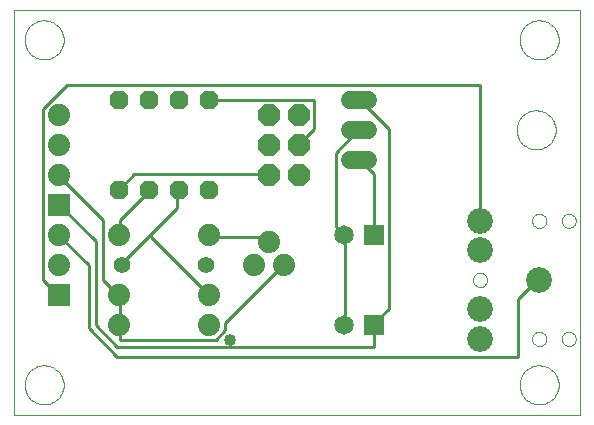
<source format=gtl>
G75*
G70*
%OFA0B0*%
%FSLAX24Y24*%
%IPPOS*%
%LPD*%
%AMOC8*
5,1,8,0,0,1.08239X$1,22.5*
%
%ADD10C,0.0000*%
%ADD11OC8,0.0630*%
%ADD12OC8,0.0740*%
%ADD13C,0.0600*%
%ADD14C,0.0650*%
%ADD15R,0.0650X0.0650*%
%ADD16C,0.0860*%
%ADD17C,0.0740*%
%ADD18C,0.0554*%
%ADD19R,0.0740X0.0740*%
%ADD20C,0.0100*%
%ADD21C,0.0400*%
D10*
X000232Y000230D02*
X000232Y013726D01*
X019102Y013726D01*
X019102Y000230D01*
X000232Y000230D01*
X000582Y001230D02*
X000584Y001280D01*
X000590Y001330D01*
X000600Y001380D01*
X000613Y001428D01*
X000630Y001476D01*
X000651Y001522D01*
X000675Y001566D01*
X000703Y001608D01*
X000734Y001648D01*
X000768Y001685D01*
X000805Y001720D01*
X000844Y001751D01*
X000885Y001780D01*
X000929Y001805D01*
X000975Y001827D01*
X001022Y001845D01*
X001070Y001859D01*
X001119Y001870D01*
X001169Y001877D01*
X001219Y001880D01*
X001270Y001879D01*
X001320Y001874D01*
X001370Y001865D01*
X001418Y001853D01*
X001466Y001836D01*
X001512Y001816D01*
X001557Y001793D01*
X001600Y001766D01*
X001640Y001736D01*
X001678Y001703D01*
X001713Y001667D01*
X001746Y001628D01*
X001775Y001587D01*
X001801Y001544D01*
X001824Y001499D01*
X001843Y001452D01*
X001858Y001404D01*
X001870Y001355D01*
X001878Y001305D01*
X001882Y001255D01*
X001882Y001205D01*
X001878Y001155D01*
X001870Y001105D01*
X001858Y001056D01*
X001843Y001008D01*
X001824Y000961D01*
X001801Y000916D01*
X001775Y000873D01*
X001746Y000832D01*
X001713Y000793D01*
X001678Y000757D01*
X001640Y000724D01*
X001600Y000694D01*
X001557Y000667D01*
X001512Y000644D01*
X001466Y000624D01*
X001418Y000607D01*
X001370Y000595D01*
X001320Y000586D01*
X001270Y000581D01*
X001219Y000580D01*
X001169Y000583D01*
X001119Y000590D01*
X001070Y000601D01*
X001022Y000615D01*
X000975Y000633D01*
X000929Y000655D01*
X000885Y000680D01*
X000844Y000709D01*
X000805Y000740D01*
X000768Y000775D01*
X000734Y000812D01*
X000703Y000852D01*
X000675Y000894D01*
X000651Y000938D01*
X000630Y000984D01*
X000613Y001032D01*
X000600Y001080D01*
X000590Y001130D01*
X000584Y001180D01*
X000582Y001230D01*
X015527Y004730D02*
X015529Y004760D01*
X015535Y004790D01*
X015544Y004819D01*
X015557Y004846D01*
X015574Y004871D01*
X015593Y004894D01*
X015616Y004915D01*
X015641Y004932D01*
X015667Y004946D01*
X015696Y004956D01*
X015725Y004963D01*
X015755Y004966D01*
X015786Y004965D01*
X015816Y004960D01*
X015845Y004951D01*
X015872Y004939D01*
X015898Y004924D01*
X015922Y004905D01*
X015943Y004883D01*
X015961Y004859D01*
X015976Y004832D01*
X015987Y004804D01*
X015995Y004775D01*
X015999Y004745D01*
X015999Y004715D01*
X015995Y004685D01*
X015987Y004656D01*
X015976Y004628D01*
X015961Y004601D01*
X015943Y004577D01*
X015922Y004555D01*
X015898Y004536D01*
X015872Y004521D01*
X015845Y004509D01*
X015816Y004500D01*
X015786Y004495D01*
X015755Y004494D01*
X015725Y004497D01*
X015696Y004504D01*
X015667Y004514D01*
X015641Y004528D01*
X015616Y004545D01*
X015593Y004566D01*
X015574Y004589D01*
X015557Y004614D01*
X015544Y004641D01*
X015535Y004670D01*
X015529Y004700D01*
X015527Y004730D01*
X017496Y002762D02*
X017498Y002792D01*
X017504Y002822D01*
X017513Y002851D01*
X017526Y002878D01*
X017543Y002903D01*
X017562Y002926D01*
X017585Y002947D01*
X017610Y002964D01*
X017636Y002978D01*
X017665Y002988D01*
X017694Y002995D01*
X017724Y002998D01*
X017755Y002997D01*
X017785Y002992D01*
X017814Y002983D01*
X017841Y002971D01*
X017867Y002956D01*
X017891Y002937D01*
X017912Y002915D01*
X017930Y002891D01*
X017945Y002864D01*
X017956Y002836D01*
X017964Y002807D01*
X017968Y002777D01*
X017968Y002747D01*
X017964Y002717D01*
X017956Y002688D01*
X017945Y002660D01*
X017930Y002633D01*
X017912Y002609D01*
X017891Y002587D01*
X017867Y002568D01*
X017841Y002553D01*
X017814Y002541D01*
X017785Y002532D01*
X017755Y002527D01*
X017724Y002526D01*
X017694Y002529D01*
X017665Y002536D01*
X017636Y002546D01*
X017610Y002560D01*
X017585Y002577D01*
X017562Y002598D01*
X017543Y002621D01*
X017526Y002646D01*
X017513Y002673D01*
X017504Y002702D01*
X017498Y002732D01*
X017496Y002762D01*
X018480Y002762D02*
X018482Y002792D01*
X018488Y002822D01*
X018497Y002851D01*
X018510Y002878D01*
X018527Y002903D01*
X018546Y002926D01*
X018569Y002947D01*
X018594Y002964D01*
X018620Y002978D01*
X018649Y002988D01*
X018678Y002995D01*
X018708Y002998D01*
X018739Y002997D01*
X018769Y002992D01*
X018798Y002983D01*
X018825Y002971D01*
X018851Y002956D01*
X018875Y002937D01*
X018896Y002915D01*
X018914Y002891D01*
X018929Y002864D01*
X018940Y002836D01*
X018948Y002807D01*
X018952Y002777D01*
X018952Y002747D01*
X018948Y002717D01*
X018940Y002688D01*
X018929Y002660D01*
X018914Y002633D01*
X018896Y002609D01*
X018875Y002587D01*
X018851Y002568D01*
X018825Y002553D01*
X018798Y002541D01*
X018769Y002532D01*
X018739Y002527D01*
X018708Y002526D01*
X018678Y002529D01*
X018649Y002536D01*
X018620Y002546D01*
X018594Y002560D01*
X018569Y002577D01*
X018546Y002598D01*
X018527Y002621D01*
X018510Y002646D01*
X018497Y002673D01*
X018488Y002702D01*
X018482Y002732D01*
X018480Y002762D01*
X017082Y001230D02*
X017084Y001280D01*
X017090Y001330D01*
X017100Y001380D01*
X017113Y001428D01*
X017130Y001476D01*
X017151Y001522D01*
X017175Y001566D01*
X017203Y001608D01*
X017234Y001648D01*
X017268Y001685D01*
X017305Y001720D01*
X017344Y001751D01*
X017385Y001780D01*
X017429Y001805D01*
X017475Y001827D01*
X017522Y001845D01*
X017570Y001859D01*
X017619Y001870D01*
X017669Y001877D01*
X017719Y001880D01*
X017770Y001879D01*
X017820Y001874D01*
X017870Y001865D01*
X017918Y001853D01*
X017966Y001836D01*
X018012Y001816D01*
X018057Y001793D01*
X018100Y001766D01*
X018140Y001736D01*
X018178Y001703D01*
X018213Y001667D01*
X018246Y001628D01*
X018275Y001587D01*
X018301Y001544D01*
X018324Y001499D01*
X018343Y001452D01*
X018358Y001404D01*
X018370Y001355D01*
X018378Y001305D01*
X018382Y001255D01*
X018382Y001205D01*
X018378Y001155D01*
X018370Y001105D01*
X018358Y001056D01*
X018343Y001008D01*
X018324Y000961D01*
X018301Y000916D01*
X018275Y000873D01*
X018246Y000832D01*
X018213Y000793D01*
X018178Y000757D01*
X018140Y000724D01*
X018100Y000694D01*
X018057Y000667D01*
X018012Y000644D01*
X017966Y000624D01*
X017918Y000607D01*
X017870Y000595D01*
X017820Y000586D01*
X017770Y000581D01*
X017719Y000580D01*
X017669Y000583D01*
X017619Y000590D01*
X017570Y000601D01*
X017522Y000615D01*
X017475Y000633D01*
X017429Y000655D01*
X017385Y000680D01*
X017344Y000709D01*
X017305Y000740D01*
X017268Y000775D01*
X017234Y000812D01*
X017203Y000852D01*
X017175Y000894D01*
X017151Y000938D01*
X017130Y000984D01*
X017113Y001032D01*
X017100Y001080D01*
X017090Y001130D01*
X017084Y001180D01*
X017082Y001230D01*
X017496Y006699D02*
X017498Y006729D01*
X017504Y006759D01*
X017513Y006788D01*
X017526Y006815D01*
X017543Y006840D01*
X017562Y006863D01*
X017585Y006884D01*
X017610Y006901D01*
X017636Y006915D01*
X017665Y006925D01*
X017694Y006932D01*
X017724Y006935D01*
X017755Y006934D01*
X017785Y006929D01*
X017814Y006920D01*
X017841Y006908D01*
X017867Y006893D01*
X017891Y006874D01*
X017912Y006852D01*
X017930Y006828D01*
X017945Y006801D01*
X017956Y006773D01*
X017964Y006744D01*
X017968Y006714D01*
X017968Y006684D01*
X017964Y006654D01*
X017956Y006625D01*
X017945Y006597D01*
X017930Y006570D01*
X017912Y006546D01*
X017891Y006524D01*
X017867Y006505D01*
X017841Y006490D01*
X017814Y006478D01*
X017785Y006469D01*
X017755Y006464D01*
X017724Y006463D01*
X017694Y006466D01*
X017665Y006473D01*
X017636Y006483D01*
X017610Y006497D01*
X017585Y006514D01*
X017562Y006535D01*
X017543Y006558D01*
X017526Y006583D01*
X017513Y006610D01*
X017504Y006639D01*
X017498Y006669D01*
X017496Y006699D01*
X018480Y006699D02*
X018482Y006729D01*
X018488Y006759D01*
X018497Y006788D01*
X018510Y006815D01*
X018527Y006840D01*
X018546Y006863D01*
X018569Y006884D01*
X018594Y006901D01*
X018620Y006915D01*
X018649Y006925D01*
X018678Y006932D01*
X018708Y006935D01*
X018739Y006934D01*
X018769Y006929D01*
X018798Y006920D01*
X018825Y006908D01*
X018851Y006893D01*
X018875Y006874D01*
X018896Y006852D01*
X018914Y006828D01*
X018929Y006801D01*
X018940Y006773D01*
X018948Y006744D01*
X018952Y006714D01*
X018952Y006684D01*
X018948Y006654D01*
X018940Y006625D01*
X018929Y006597D01*
X018914Y006570D01*
X018896Y006546D01*
X018875Y006524D01*
X018851Y006505D01*
X018825Y006490D01*
X018798Y006478D01*
X018769Y006469D01*
X018739Y006464D01*
X018708Y006463D01*
X018678Y006466D01*
X018649Y006473D01*
X018620Y006483D01*
X018594Y006497D01*
X018569Y006514D01*
X018546Y006535D01*
X018527Y006558D01*
X018510Y006583D01*
X018497Y006610D01*
X018488Y006639D01*
X018482Y006669D01*
X018480Y006699D01*
X016982Y009730D02*
X016984Y009780D01*
X016990Y009830D01*
X017000Y009880D01*
X017013Y009928D01*
X017030Y009976D01*
X017051Y010022D01*
X017075Y010066D01*
X017103Y010108D01*
X017134Y010148D01*
X017168Y010185D01*
X017205Y010220D01*
X017244Y010251D01*
X017285Y010280D01*
X017329Y010305D01*
X017375Y010327D01*
X017422Y010345D01*
X017470Y010359D01*
X017519Y010370D01*
X017569Y010377D01*
X017619Y010380D01*
X017670Y010379D01*
X017720Y010374D01*
X017770Y010365D01*
X017818Y010353D01*
X017866Y010336D01*
X017912Y010316D01*
X017957Y010293D01*
X018000Y010266D01*
X018040Y010236D01*
X018078Y010203D01*
X018113Y010167D01*
X018146Y010128D01*
X018175Y010087D01*
X018201Y010044D01*
X018224Y009999D01*
X018243Y009952D01*
X018258Y009904D01*
X018270Y009855D01*
X018278Y009805D01*
X018282Y009755D01*
X018282Y009705D01*
X018278Y009655D01*
X018270Y009605D01*
X018258Y009556D01*
X018243Y009508D01*
X018224Y009461D01*
X018201Y009416D01*
X018175Y009373D01*
X018146Y009332D01*
X018113Y009293D01*
X018078Y009257D01*
X018040Y009224D01*
X018000Y009194D01*
X017957Y009167D01*
X017912Y009144D01*
X017866Y009124D01*
X017818Y009107D01*
X017770Y009095D01*
X017720Y009086D01*
X017670Y009081D01*
X017619Y009080D01*
X017569Y009083D01*
X017519Y009090D01*
X017470Y009101D01*
X017422Y009115D01*
X017375Y009133D01*
X017329Y009155D01*
X017285Y009180D01*
X017244Y009209D01*
X017205Y009240D01*
X017168Y009275D01*
X017134Y009312D01*
X017103Y009352D01*
X017075Y009394D01*
X017051Y009438D01*
X017030Y009484D01*
X017013Y009532D01*
X017000Y009580D01*
X016990Y009630D01*
X016984Y009680D01*
X016982Y009730D01*
X017082Y012730D02*
X017084Y012780D01*
X017090Y012830D01*
X017100Y012880D01*
X017113Y012928D01*
X017130Y012976D01*
X017151Y013022D01*
X017175Y013066D01*
X017203Y013108D01*
X017234Y013148D01*
X017268Y013185D01*
X017305Y013220D01*
X017344Y013251D01*
X017385Y013280D01*
X017429Y013305D01*
X017475Y013327D01*
X017522Y013345D01*
X017570Y013359D01*
X017619Y013370D01*
X017669Y013377D01*
X017719Y013380D01*
X017770Y013379D01*
X017820Y013374D01*
X017870Y013365D01*
X017918Y013353D01*
X017966Y013336D01*
X018012Y013316D01*
X018057Y013293D01*
X018100Y013266D01*
X018140Y013236D01*
X018178Y013203D01*
X018213Y013167D01*
X018246Y013128D01*
X018275Y013087D01*
X018301Y013044D01*
X018324Y012999D01*
X018343Y012952D01*
X018358Y012904D01*
X018370Y012855D01*
X018378Y012805D01*
X018382Y012755D01*
X018382Y012705D01*
X018378Y012655D01*
X018370Y012605D01*
X018358Y012556D01*
X018343Y012508D01*
X018324Y012461D01*
X018301Y012416D01*
X018275Y012373D01*
X018246Y012332D01*
X018213Y012293D01*
X018178Y012257D01*
X018140Y012224D01*
X018100Y012194D01*
X018057Y012167D01*
X018012Y012144D01*
X017966Y012124D01*
X017918Y012107D01*
X017870Y012095D01*
X017820Y012086D01*
X017770Y012081D01*
X017719Y012080D01*
X017669Y012083D01*
X017619Y012090D01*
X017570Y012101D01*
X017522Y012115D01*
X017475Y012133D01*
X017429Y012155D01*
X017385Y012180D01*
X017344Y012209D01*
X017305Y012240D01*
X017268Y012275D01*
X017234Y012312D01*
X017203Y012352D01*
X017175Y012394D01*
X017151Y012438D01*
X017130Y012484D01*
X017113Y012532D01*
X017100Y012580D01*
X017090Y012630D01*
X017084Y012680D01*
X017082Y012730D01*
X000582Y012730D02*
X000584Y012780D01*
X000590Y012830D01*
X000600Y012880D01*
X000613Y012928D01*
X000630Y012976D01*
X000651Y013022D01*
X000675Y013066D01*
X000703Y013108D01*
X000734Y013148D01*
X000768Y013185D01*
X000805Y013220D01*
X000844Y013251D01*
X000885Y013280D01*
X000929Y013305D01*
X000975Y013327D01*
X001022Y013345D01*
X001070Y013359D01*
X001119Y013370D01*
X001169Y013377D01*
X001219Y013380D01*
X001270Y013379D01*
X001320Y013374D01*
X001370Y013365D01*
X001418Y013353D01*
X001466Y013336D01*
X001512Y013316D01*
X001557Y013293D01*
X001600Y013266D01*
X001640Y013236D01*
X001678Y013203D01*
X001713Y013167D01*
X001746Y013128D01*
X001775Y013087D01*
X001801Y013044D01*
X001824Y012999D01*
X001843Y012952D01*
X001858Y012904D01*
X001870Y012855D01*
X001878Y012805D01*
X001882Y012755D01*
X001882Y012705D01*
X001878Y012655D01*
X001870Y012605D01*
X001858Y012556D01*
X001843Y012508D01*
X001824Y012461D01*
X001801Y012416D01*
X001775Y012373D01*
X001746Y012332D01*
X001713Y012293D01*
X001678Y012257D01*
X001640Y012224D01*
X001600Y012194D01*
X001557Y012167D01*
X001512Y012144D01*
X001466Y012124D01*
X001418Y012107D01*
X001370Y012095D01*
X001320Y012086D01*
X001270Y012081D01*
X001219Y012080D01*
X001169Y012083D01*
X001119Y012090D01*
X001070Y012101D01*
X001022Y012115D01*
X000975Y012133D01*
X000929Y012155D01*
X000885Y012180D01*
X000844Y012209D01*
X000805Y012240D01*
X000768Y012275D01*
X000734Y012312D01*
X000703Y012352D01*
X000675Y012394D01*
X000651Y012438D01*
X000630Y012484D01*
X000613Y012532D01*
X000600Y012580D01*
X000590Y012630D01*
X000584Y012680D01*
X000582Y012730D01*
D11*
X003732Y010730D03*
X004732Y010730D03*
X005732Y010730D03*
X006732Y010730D03*
X006732Y007730D03*
X005732Y007730D03*
X004732Y007730D03*
X003732Y007730D03*
D12*
X008732Y008230D03*
X009732Y008230D03*
X009732Y009230D03*
X008732Y009230D03*
X008732Y010230D03*
X009732Y010230D03*
D13*
X011432Y009730D02*
X012032Y009730D01*
X012032Y008730D02*
X011432Y008730D01*
X011432Y010730D02*
X012032Y010730D01*
D14*
X011232Y006230D03*
X011232Y003230D03*
D15*
X012232Y003230D03*
X012232Y006230D03*
D16*
X015763Y006699D03*
X015763Y005714D03*
X017732Y004730D03*
X015763Y003746D03*
X015763Y002762D03*
D17*
X009232Y005230D03*
X008732Y005980D03*
X008232Y005230D03*
X006732Y004230D03*
X006732Y003230D03*
X003732Y003230D03*
X003732Y004230D03*
X001732Y005230D03*
X001732Y006230D03*
X003732Y006230D03*
X001732Y008230D03*
X001732Y009230D03*
X001732Y010230D03*
X006732Y006230D03*
D18*
X006632Y005230D03*
X003832Y005230D03*
D19*
X001732Y004230D03*
X001732Y007230D03*
D20*
X002952Y006010D01*
X002952Y003210D01*
X003672Y002490D01*
X007432Y002490D01*
X007432Y002730D01*
X007432Y002490D02*
X012232Y002490D01*
X012232Y003230D01*
X012232Y003290D01*
X012712Y003770D01*
X012712Y009770D01*
X011752Y010730D01*
X011732Y010730D01*
X011732Y009730D02*
X011672Y009690D01*
X010952Y008970D01*
X010952Y006490D01*
X011192Y006250D01*
X011232Y006230D01*
X011272Y006170D01*
X011272Y003290D01*
X011232Y003230D01*
X009232Y005230D02*
X009192Y005210D01*
X007272Y003290D01*
X007272Y003050D01*
X006952Y002730D01*
X003752Y002730D01*
X003752Y003210D01*
X003732Y003230D01*
X003752Y003290D01*
X003752Y004170D01*
X003732Y004230D01*
X003672Y004250D01*
X003192Y004730D01*
X003192Y006730D01*
X001752Y008170D01*
X001732Y008230D01*
X003732Y007730D02*
X003752Y007770D01*
X004232Y008250D01*
X008712Y008250D01*
X008732Y008230D01*
X009732Y009230D02*
X009752Y009290D01*
X010232Y009770D01*
X010232Y010730D01*
X006732Y010730D01*
X005732Y007730D02*
X005672Y007690D01*
X005672Y007130D01*
X004792Y006250D01*
X004792Y006170D01*
X006732Y004230D01*
X008732Y005980D02*
X008712Y006010D01*
X008712Y006170D01*
X006792Y006170D01*
X006732Y006230D01*
X004792Y006250D02*
X003832Y005290D01*
X003832Y005230D01*
X002712Y005210D02*
X002712Y003130D01*
X003672Y002170D01*
X017032Y002170D01*
X017032Y004090D01*
X017672Y004730D01*
X017732Y004730D01*
X015763Y006699D02*
X015752Y006730D01*
X015752Y011210D01*
X001992Y011210D01*
X001192Y010410D01*
X001192Y004730D01*
X001672Y004250D01*
X001732Y004230D01*
X002712Y005210D02*
X001752Y006170D01*
X001732Y006230D01*
X003732Y006230D02*
X003752Y006250D01*
X003752Y006730D01*
X004712Y007690D01*
X004732Y007730D01*
X011732Y008730D02*
X011752Y008730D01*
X012232Y008250D01*
X012232Y006230D01*
D21*
X007432Y002730D03*
M02*

</source>
